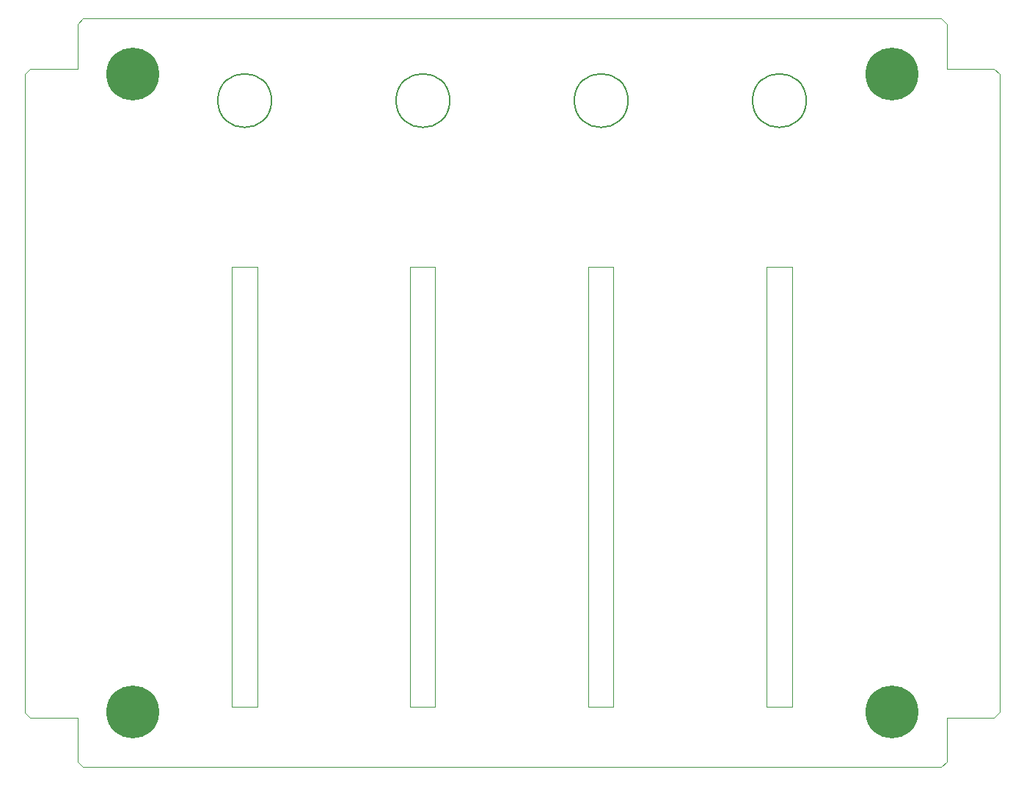
<source format=gbr>
%TF.GenerationSoftware,KiCad,Pcbnew,(5.1.6-0-10_14)*%
%TF.CreationDate,2020-10-12T09:19:57+01:00*%
%TF.ProjectId,ActiveMixerPedalWithDigitalPeakDetector,41637469-7665-44d6-9978-657250656461,rev?*%
%TF.SameCoordinates,Original*%
%TF.FileFunction,Soldermask,Top*%
%TF.FilePolarity,Negative*%
%FSLAX46Y46*%
G04 Gerber Fmt 4.6, Leading zero omitted, Abs format (unit mm)*
G04 Created by KiCad (PCBNEW (5.1.6-0-10_14)) date 2020-10-12 09:19:57*
%MOMM*%
%LPD*%
G01*
G04 APERTURE LIST*
%TA.AperFunction,Profile*%
%ADD10C,0.050000*%
%TD*%
%TA.AperFunction,Profile*%
%ADD11C,0.150000*%
%TD*%
%ADD12C,6.100000*%
G04 APERTURE END LIST*
D10*
X127812800Y-83185000D02*
X130733800Y-83185000D01*
X130733800Y-133985000D02*
X127812800Y-133985000D01*
X130733800Y-83185000D02*
X130733800Y-133985000D01*
X127812800Y-133985000D02*
X127812800Y-83185000D01*
X66090800Y-83185000D02*
X69011800Y-83185000D01*
X69011800Y-133985000D02*
X66090800Y-133985000D01*
X69011800Y-83185000D02*
X69011800Y-133985000D01*
X66090800Y-133985000D02*
X66090800Y-83185000D01*
X86614000Y-83185000D02*
X89535000Y-83185000D01*
X89535000Y-133985000D02*
X86614000Y-133985000D01*
X89535000Y-83185000D02*
X89535000Y-133985000D01*
X86614000Y-133985000D02*
X86614000Y-83185000D01*
X107188000Y-133985000D02*
X107188000Y-83185000D01*
X110109000Y-133985000D02*
X107188000Y-133985000D01*
X110109000Y-83185000D02*
X110109000Y-133985000D01*
X107188000Y-83185000D02*
X110109000Y-83185000D01*
D11*
X132386465Y-64008000D02*
G75*
G03*
X132386465Y-64008000I-3100465J0D01*
G01*
X111812465Y-64008000D02*
G75*
G03*
X111812465Y-64008000I-3100465J0D01*
G01*
X91238465Y-64008000D02*
G75*
G03*
X91238465Y-64008000I-3100465J0D01*
G01*
X70664465Y-64008000D02*
G75*
G03*
X70664465Y-64008000I-3100465J0D01*
G01*
D10*
X148590000Y-140335000D02*
X147955000Y-140970000D01*
X148590000Y-135255000D02*
X148590000Y-140335000D01*
X154051000Y-135255000D02*
X148590000Y-135255000D01*
X154686000Y-134620000D02*
X154051000Y-135255000D01*
X154686000Y-60960000D02*
X154686000Y-134620000D01*
X154051000Y-60325000D02*
X154686000Y-60960000D01*
X148590000Y-60325000D02*
X154051000Y-60325000D01*
X148590000Y-55181500D02*
X148590000Y-60325000D01*
X147955000Y-54546500D02*
X148590000Y-55181500D01*
X48895000Y-54546500D02*
X147955000Y-54546500D01*
X48260000Y-55181500D02*
X48895000Y-54546500D01*
X48260000Y-60325000D02*
X48260000Y-55181500D01*
X42799000Y-60325000D02*
X48260000Y-60325000D01*
X42164000Y-60960000D02*
X42799000Y-60325000D01*
X42164000Y-134683500D02*
X42164000Y-60960000D01*
X42799000Y-135318500D02*
X42164000Y-134683500D01*
X48260000Y-135318500D02*
X42799000Y-135318500D01*
X48260000Y-140335000D02*
X48260000Y-135318500D01*
X48895000Y-140970000D02*
X48260000Y-140335000D01*
X147955000Y-140970000D02*
X48895000Y-140970000D01*
D12*
%TO.C,REF\u002A\u002A*%
X54610000Y-134620000D03*
%TD*%
%TO.C,REF\u002A\u002A*%
X142240000Y-134620000D03*
%TD*%
%TO.C,REF\u002A\u002A*%
X142240000Y-60960000D03*
%TD*%
%TO.C,REF\u002A\u002A*%
X54610000Y-60960000D03*
%TD*%
M02*

</source>
